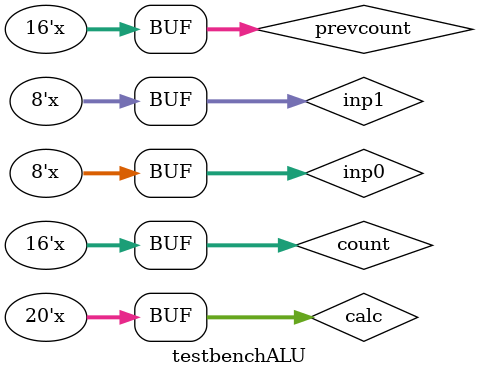
<source format=v>
`timescale 10ps/10ps

module testbenchALU();
	reg [15:0] prevcount, count;
	reg  [7:0] inp0, inp1;
	wire [7:0] out0, out1;
	reg  [1:0] prevfunc, func;
	reg  [1:0] cyc;
	reg [19:0] calc;
	
	initial begin
		count <= 16'b1010_1100_1110_0001;
		func <= 1;
		prevfunc <= 0;
		prevcount <= count;
		calc <= 1;
	end
	
	always @(calc)
		begin
			if ((prevfunc == 0)&&(cyc == 0)) #50 func <=2; 
			else if (prevfunc == 1) #50 func <=3;
			else if (prevfunc == 2) begin
				if (cyc < 3)
					#50 func <= 1;
				else begin
					#50 func <= 2;
				end
			end
			else if (prevfunc == 3) #50 func <=0;
			calc <= calc + 1;
		end
		
	always @(func)
		begin
			count[14:0] <= prevcount[15:1];
			count[15] <= prevcount[0] ^ prevcount[2] ^ prevcount[3] ^ prevcount[5] ^ prevcount[15];
			prevfunc <= func;
			prevcount <= count;
			inp0 <= count[7:0];
			inp1 <= count[15:8];
		end
	
	ALU testALU(.REGX(out0), .REGY(out1), .REGA(inp0), .REGB(inp1), .REGF(func), .REGS(cyc));
endmodule
	

</source>
